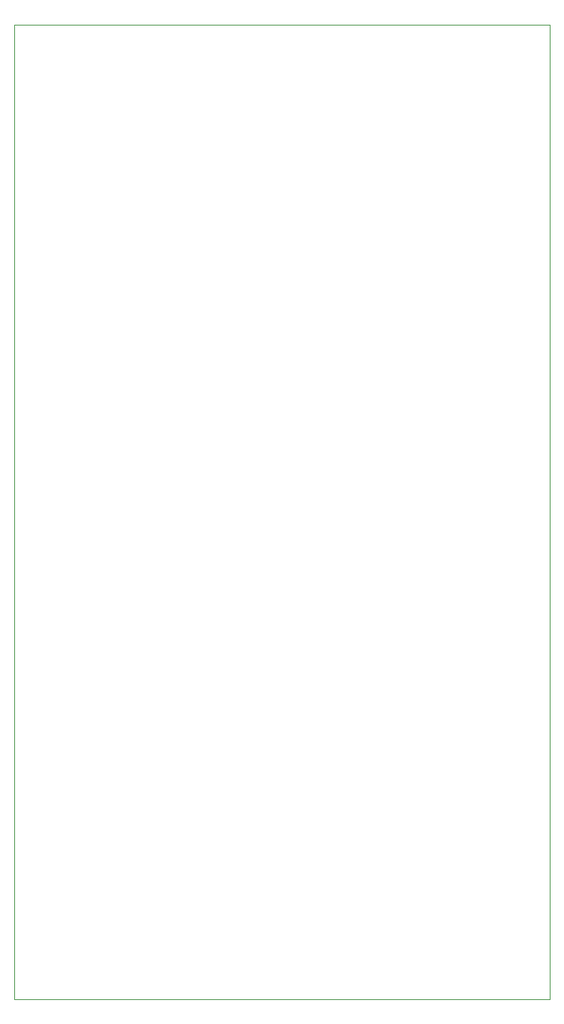
<source format=gbr>
%TF.GenerationSoftware,KiCad,Pcbnew,(5.99.0-12348-g4b436fb86d)*%
%TF.CreationDate,2021-09-23T15:10:33+01:00*%
%TF.ProjectId,Ampelope_Controls,416d7065-6c6f-4706-955f-436f6e74726f,rev?*%
%TF.SameCoordinates,Original*%
%TF.FileFunction,Profile,NP*%
%FSLAX46Y46*%
G04 Gerber Fmt 4.6, Leading zero omitted, Abs format (unit mm)*
G04 Created by KiCad (PCBNEW (5.99.0-12348-g4b436fb86d)) date 2021-09-23 15:10:33*
%MOMM*%
%LPD*%
G01*
G04 APERTURE LIST*
%TA.AperFunction,Profile*%
%ADD10C,0.120000*%
%TD*%
G04 APERTURE END LIST*
D10*
X160500000Y-50000000D02*
X160500000Y-160000000D01*
X100000000Y-50000000D02*
X100000000Y-160000000D01*
X100000000Y-160000000D02*
X160500000Y-160000000D01*
X100000000Y-50000000D02*
X160500000Y-50000000D01*
M02*

</source>
